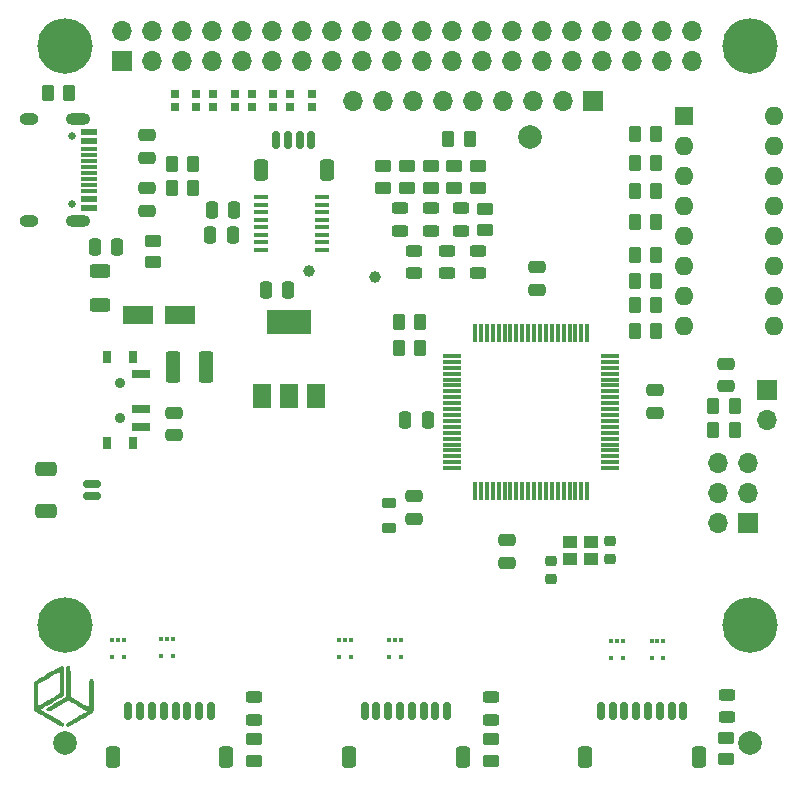
<source format=gbr>
%TF.GenerationSoftware,KiCad,Pcbnew,8.0.1*%
%TF.CreationDate,2024-04-17T14:30:39-04:00*%
%TF.ProjectId,DSPicPiHat,44535069-6350-4694-9861-742e6b696361,rev?*%
%TF.SameCoordinates,Original*%
%TF.FileFunction,Soldermask,Top*%
%TF.FilePolarity,Negative*%
%FSLAX46Y46*%
G04 Gerber Fmt 4.6, Leading zero omitted, Abs format (unit mm)*
G04 Created by KiCad (PCBNEW 8.0.1) date 2024-04-17 14:30:39*
%MOMM*%
%LPD*%
G01*
G04 APERTURE LIST*
G04 Aperture macros list*
%AMRoundRect*
0 Rectangle with rounded corners*
0 $1 Rounding radius*
0 $2 $3 $4 $5 $6 $7 $8 $9 X,Y pos of 4 corners*
0 Add a 4 corners polygon primitive as box body*
4,1,4,$2,$3,$4,$5,$6,$7,$8,$9,$2,$3,0*
0 Add four circle primitives for the rounded corners*
1,1,$1+$1,$2,$3*
1,1,$1+$1,$4,$5*
1,1,$1+$1,$6,$7*
1,1,$1+$1,$8,$9*
0 Add four rect primitives between the rounded corners*
20,1,$1+$1,$2,$3,$4,$5,0*
20,1,$1+$1,$4,$5,$6,$7,0*
20,1,$1+$1,$6,$7,$8,$9,0*
20,1,$1+$1,$8,$9,$2,$3,0*%
G04 Aperture macros list end*
%ADD10C,0.000000*%
%ADD11R,0.300000X0.450000*%
%ADD12RoundRect,0.243750X-0.456250X0.243750X-0.456250X-0.243750X0.456250X-0.243750X0.456250X0.243750X0*%
%ADD13RoundRect,0.150000X0.150000X0.625000X-0.150000X0.625000X-0.150000X-0.625000X0.150000X-0.625000X0*%
%ADD14RoundRect,0.250000X0.350000X0.650000X-0.350000X0.650000X-0.350000X-0.650000X0.350000X-0.650000X0*%
%ADD15R,0.700000X0.700000*%
%ADD16RoundRect,0.250000X-0.262500X-0.450000X0.262500X-0.450000X0.262500X0.450000X-0.262500X0.450000X0*%
%ADD17C,2.000000*%
%ADD18RoundRect,0.250000X0.450000X-0.262500X0.450000X0.262500X-0.450000X0.262500X-0.450000X-0.262500X0*%
%ADD19RoundRect,0.250000X-0.450000X0.262500X-0.450000X-0.262500X0.450000X-0.262500X0.450000X0.262500X0*%
%ADD20R,1.200000X0.400000*%
%ADD21R,1.700000X1.700000*%
%ADD22O,1.700000X1.700000*%
%ADD23RoundRect,0.250000X0.250000X0.475000X-0.250000X0.475000X-0.250000X-0.475000X0.250000X-0.475000X0*%
%ADD24R,1.600000X1.600000*%
%ADD25O,1.600000X1.600000*%
%ADD26R,0.800000X1.000000*%
%ADD27C,0.900000*%
%ADD28R,1.500000X0.700000*%
%ADD29RoundRect,0.250000X-0.475000X0.250000X-0.475000X-0.250000X0.475000X-0.250000X0.475000X0.250000X0*%
%ADD30C,4.700000*%
%ADD31RoundRect,0.250000X-1.050000X-0.550000X1.050000X-0.550000X1.050000X0.550000X-1.050000X0.550000X0*%
%ADD32C,1.000000*%
%ADD33RoundRect,0.250000X0.262500X0.450000X-0.262500X0.450000X-0.262500X-0.450000X0.262500X-0.450000X0*%
%ADD34RoundRect,0.243750X0.456250X-0.243750X0.456250X0.243750X-0.456250X0.243750X-0.456250X-0.243750X0*%
%ADD35R,1.150000X1.000000*%
%ADD36RoundRect,0.250000X0.475000X-0.250000X0.475000X0.250000X-0.475000X0.250000X-0.475000X-0.250000X0*%
%ADD37C,0.650000*%
%ADD38R,1.450000X0.600000*%
%ADD39R,1.450000X0.300000*%
%ADD40O,2.100000X1.000000*%
%ADD41O,1.600000X1.000000*%
%ADD42R,1.500000X0.300000*%
%ADD43R,0.300000X1.500000*%
%ADD44RoundRect,0.150000X-0.150000X-0.600000X0.150000X-0.600000X0.150000X0.600000X-0.150000X0.600000X0*%
%ADD45RoundRect,0.250000X-0.350000X-0.650000X0.350000X-0.650000X0.350000X0.650000X-0.350000X0.650000X0*%
%ADD46R,1.500000X2.000000*%
%ADD47R,3.800000X2.000000*%
%ADD48RoundRect,0.218750X-0.381250X0.218750X-0.381250X-0.218750X0.381250X-0.218750X0.381250X0.218750X0*%
%ADD49RoundRect,0.225000X-0.250000X0.225000X-0.250000X-0.225000X0.250000X-0.225000X0.250000X0.225000X0*%
%ADD50RoundRect,0.250000X-0.625000X0.312500X-0.625000X-0.312500X0.625000X-0.312500X0.625000X0.312500X0*%
%ADD51RoundRect,0.150000X-0.600000X0.150000X-0.600000X-0.150000X0.600000X-0.150000X0.600000X0.150000X0*%
%ADD52RoundRect,0.250000X-0.650000X0.350000X-0.650000X-0.350000X0.650000X-0.350000X0.650000X0.350000X0*%
%ADD53RoundRect,0.250000X-0.375000X-1.075000X0.375000X-1.075000X0.375000X1.075000X-0.375000X1.075000X0*%
G04 APERTURE END LIST*
D10*
%TO.C,G\u002A\u002A\u002A*%
G36*
X-157148Y-52476201D02*
G01*
X-99423Y-52503908D01*
X-53319Y-52548902D01*
X-40775Y-52569662D01*
X-35994Y-52580838D01*
X-31837Y-52595263D01*
X-28260Y-52614950D01*
X-25220Y-52641915D01*
X-22674Y-52678172D01*
X-20580Y-52725735D01*
X-18892Y-52786620D01*
X-17570Y-52862842D01*
X-16568Y-52956414D01*
X-15845Y-53069352D01*
X-15356Y-53203670D01*
X-15058Y-53361384D01*
X-14909Y-53544507D01*
X-14865Y-53755054D01*
X-14865Y-53777422D01*
X-14901Y-53990778D01*
X-15037Y-54176509D01*
X-15318Y-54336630D01*
X-15785Y-54473153D01*
X-16483Y-54588094D01*
X-17454Y-54683464D01*
X-18742Y-54761279D01*
X-20390Y-54823551D01*
X-22441Y-54872294D01*
X-24938Y-54909523D01*
X-27925Y-54937250D01*
X-31445Y-54957490D01*
X-35541Y-54972256D01*
X-40256Y-54983562D01*
X-40775Y-54984604D01*
X-50261Y-54999416D01*
X-65713Y-55015943D01*
X-89560Y-55035751D01*
X-124230Y-55060404D01*
X-172153Y-55091465D01*
X-235755Y-55130500D01*
X-317467Y-55179072D01*
X-419717Y-55238746D01*
X-544933Y-55311085D01*
X-570536Y-55325824D01*
X-800744Y-55458304D01*
X-1006492Y-55576735D01*
X-1189021Y-55681833D01*
X-1349570Y-55774315D01*
X-1489379Y-55854896D01*
X-1609688Y-55924294D01*
X-1711735Y-55983224D01*
X-1796760Y-56032403D01*
X-1866004Y-56072547D01*
X-1920705Y-56104372D01*
X-1962103Y-56128595D01*
X-1991438Y-56145932D01*
X-2009949Y-56157099D01*
X-2018496Y-56162547D01*
X-2025533Y-56171268D01*
X-2021032Y-56182841D01*
X-2001829Y-56199757D01*
X-1964763Y-56224510D01*
X-1906671Y-56259591D01*
X-1862895Y-56285189D01*
X-1773298Y-56337175D01*
X-1662086Y-56401577D01*
X-1533339Y-56476038D01*
X-1391137Y-56558204D01*
X-1239563Y-56645720D01*
X-1082695Y-56736231D01*
X-924615Y-56827382D01*
X-769403Y-56916818D01*
X-621140Y-57002185D01*
X-483905Y-57081126D01*
X-446055Y-57102882D01*
X-337512Y-57165393D01*
X-251763Y-57215307D01*
X-185837Y-57254681D01*
X-136768Y-57285574D01*
X-101586Y-57310044D01*
X-77322Y-57330148D01*
X-61009Y-57347944D01*
X-49677Y-57365490D01*
X-40832Y-57383778D01*
X-24056Y-57424874D01*
X-19712Y-57454516D01*
X-27415Y-57487683D01*
X-37458Y-57514981D01*
X-60951Y-57562549D01*
X-92882Y-57592861D01*
X-124070Y-57609379D01*
X-167843Y-57628003D01*
X-197676Y-57634690D01*
X-226239Y-57630545D01*
X-254986Y-57620797D01*
X-278039Y-57609696D01*
X-322960Y-57585732D01*
X-386023Y-57550981D01*
X-463498Y-57507519D01*
X-551656Y-57457425D01*
X-646771Y-57402773D01*
X-655103Y-57397957D01*
X-738941Y-57349510D01*
X-844430Y-57288601D01*
X-967540Y-57217555D01*
X-1104235Y-57138700D01*
X-1250484Y-57054361D01*
X-1402254Y-56966864D01*
X-1555510Y-56878536D01*
X-1706221Y-56791701D01*
X-1748658Y-56767256D01*
X-1884551Y-56688954D01*
X-2013478Y-56614614D01*
X-2133019Y-56545635D01*
X-2240754Y-56483416D01*
X-2334261Y-56429357D01*
X-2411120Y-56384857D01*
X-2468912Y-56351315D01*
X-2505214Y-56330130D01*
X-2516786Y-56323252D01*
X-2530452Y-56314629D01*
X-2542388Y-56305553D01*
X-2552709Y-56294073D01*
X-2561533Y-56278238D01*
X-2568978Y-56256096D01*
X-2575160Y-56225696D01*
X-2580196Y-56185086D01*
X-2584205Y-56132313D01*
X-2587303Y-56065428D01*
X-2589607Y-55982478D01*
X-2591234Y-55881511D01*
X-2591406Y-55862044D01*
X-2222870Y-55862044D01*
X-2159889Y-55826380D01*
X-2131373Y-55810099D01*
X-2080945Y-55781166D01*
X-2012361Y-55741742D01*
X-1929380Y-55693988D01*
X-1835759Y-55640067D01*
X-1735256Y-55582141D01*
X-1696791Y-55559960D01*
X-1580338Y-55492778D01*
X-1456511Y-55421302D01*
X-1331955Y-55349373D01*
X-1213321Y-55280831D01*
X-1107255Y-55219516D01*
X-1022520Y-55170491D01*
X-926052Y-55114700D01*
X-824190Y-55055888D01*
X-724767Y-54998570D01*
X-635615Y-54947261D01*
X-566832Y-54907776D01*
X-385297Y-54803774D01*
X-385297Y-52968736D01*
X-418640Y-52986440D01*
X-440222Y-52998480D01*
X-483629Y-53023161D01*
X-545027Y-53058287D01*
X-620583Y-53101662D01*
X-706465Y-53151089D01*
X-785414Y-53196619D01*
X-1025647Y-53335283D01*
X-1244249Y-53461437D01*
X-1440771Y-53574822D01*
X-1614764Y-53675179D01*
X-1765778Y-53762248D01*
X-1893365Y-53835772D01*
X-1997074Y-53895490D01*
X-2076457Y-53941145D01*
X-2131064Y-53972477D01*
X-2159889Y-53988912D01*
X-2222870Y-54024471D01*
X-2222870Y-55862044D01*
X-2591406Y-55862044D01*
X-2592302Y-55760577D01*
X-2592928Y-55617723D01*
X-2593229Y-55450998D01*
X-2593323Y-55258450D01*
X-2593326Y-55048639D01*
X-2593285Y-54835600D01*
X-2593145Y-54650184D01*
X-2592860Y-54490373D01*
X-2592388Y-54354151D01*
X-2591685Y-54239502D01*
X-2590709Y-54144409D01*
X-2589414Y-54066856D01*
X-2587759Y-54004827D01*
X-2585699Y-53956305D01*
X-2583191Y-53919273D01*
X-2580191Y-53891716D01*
X-2576657Y-53871617D01*
X-2572544Y-53856960D01*
X-2567810Y-53845727D01*
X-2567392Y-53844894D01*
X-2552975Y-53822988D01*
X-2529662Y-53799711D01*
X-2493703Y-53772375D01*
X-2441348Y-53738292D01*
X-2368850Y-53694776D01*
X-2311785Y-53661675D01*
X-2223496Y-53610859D01*
X-2113689Y-53547619D01*
X-1986514Y-53474346D01*
X-1846121Y-53393432D01*
X-1696659Y-53307270D01*
X-1542280Y-53218254D01*
X-1387134Y-53128774D01*
X-1235370Y-53041224D01*
X-1091138Y-52957996D01*
X-1066977Y-52944052D01*
X-979651Y-52893609D01*
X-875436Y-52833346D01*
X-763077Y-52768323D01*
X-651317Y-52703601D01*
X-549950Y-52644846D01*
X-464038Y-52595893D01*
X-384153Y-52552000D01*
X-314691Y-52515454D01*
X-260048Y-52488543D01*
X-224621Y-52473554D01*
X-216520Y-52471362D01*
X-157148Y-52476201D01*
G37*
G36*
X389387Y-52487849D02*
G01*
X424794Y-52506201D01*
X438459Y-52515182D01*
X450451Y-52524565D01*
X460880Y-52536236D01*
X469854Y-52552081D01*
X477483Y-52573988D01*
X483876Y-52603840D01*
X489142Y-52643526D01*
X493391Y-52694931D01*
X496731Y-52759941D01*
X499272Y-52840442D01*
X501123Y-52938321D01*
X502394Y-53055463D01*
X503192Y-53193756D01*
X503629Y-53355084D01*
X503812Y-53541334D01*
X503851Y-53754393D01*
X503851Y-55098954D01*
X1263332Y-55536479D01*
X1401538Y-55616067D01*
X1532753Y-55691570D01*
X1654610Y-55761631D01*
X1764742Y-55824890D01*
X1860782Y-55879990D01*
X1940361Y-55925573D01*
X2001114Y-55960280D01*
X2040673Y-55982753D01*
X2056156Y-55991374D01*
X2089499Y-56008744D01*
X2089824Y-54885673D01*
X2089914Y-54676032D01*
X2090086Y-54493957D01*
X2090389Y-54337375D01*
X2090873Y-54204212D01*
X2091586Y-54092398D01*
X2092579Y-53999858D01*
X2093899Y-53924521D01*
X2095597Y-53864314D01*
X2097721Y-53817163D01*
X2100322Y-53780998D01*
X2103446Y-53753743D01*
X2107145Y-53733328D01*
X2111468Y-53717680D01*
X2116462Y-53704725D01*
X2117926Y-53701433D01*
X2144066Y-53657178D01*
X2179743Y-53629165D01*
X2211197Y-53615252D01*
X2253738Y-53600745D01*
X2284614Y-53598156D01*
X2319321Y-53607548D01*
X2340456Y-53615753D01*
X2388697Y-53641692D01*
X2419965Y-53678701D01*
X2431774Y-53701935D01*
X2436580Y-53713646D01*
X2440795Y-53727528D01*
X2444457Y-53745495D01*
X2447606Y-53769461D01*
X2450281Y-53801339D01*
X2452522Y-53843044D01*
X2454367Y-53896489D01*
X2455856Y-53963588D01*
X2457028Y-54046254D01*
X2457922Y-54146402D01*
X2458579Y-54265946D01*
X2459036Y-54406799D01*
X2459334Y-54570875D01*
X2459511Y-54760088D01*
X2459607Y-54976351D01*
X2459629Y-55059277D01*
X2459756Y-55291761D01*
X2459908Y-55496460D01*
X2459915Y-55675228D01*
X2459606Y-55829916D01*
X2458811Y-55962377D01*
X2457359Y-56074465D01*
X2455080Y-56168032D01*
X2451803Y-56244931D01*
X2447357Y-56307015D01*
X2441573Y-56356136D01*
X2434280Y-56394147D01*
X2425307Y-56422902D01*
X2414483Y-56444253D01*
X2401639Y-56460052D01*
X2386603Y-56472152D01*
X2369206Y-56482407D01*
X2349276Y-56492669D01*
X2326643Y-56504791D01*
X2326605Y-56504813D01*
X2248554Y-56549317D01*
X2151285Y-56604956D01*
X2041239Y-56668029D01*
X1924857Y-56734838D01*
X1808580Y-56801681D01*
X1698847Y-56864859D01*
X1602101Y-56920672D01*
X1526371Y-56964499D01*
X1422958Y-57024415D01*
X1311563Y-57088810D01*
X1195184Y-57155966D01*
X1076814Y-57224163D01*
X959449Y-57291684D01*
X846084Y-57356807D01*
X739715Y-57417816D01*
X643335Y-57472990D01*
X559941Y-57520611D01*
X492528Y-57558960D01*
X444090Y-57586318D01*
X417622Y-57600966D01*
X414936Y-57602367D01*
X352384Y-57626247D01*
X297221Y-57627802D01*
X242624Y-57609727D01*
X198170Y-57583128D01*
X170006Y-57546871D01*
X156442Y-57516108D01*
X141911Y-57473032D01*
X139469Y-57441848D01*
X148920Y-57407474D01*
X154835Y-57392314D01*
X182896Y-57344946D01*
X220933Y-57306091D01*
X226198Y-57302382D01*
X237647Y-57294991D01*
X252761Y-57285590D01*
X273206Y-57273216D01*
X300645Y-57256904D01*
X336743Y-57235691D01*
X383164Y-57208611D01*
X441573Y-57174702D01*
X513633Y-57132997D01*
X601010Y-57082534D01*
X705367Y-57022348D01*
X828370Y-56951475D01*
X971681Y-56868950D01*
X1136967Y-56773810D01*
X1325891Y-56665089D01*
X1374053Y-56637376D01*
X1507172Y-56560596D01*
X1616509Y-56497053D01*
X1704107Y-56445443D01*
X1772010Y-56404462D01*
X1822261Y-56372805D01*
X1856904Y-56349169D01*
X1877982Y-56332249D01*
X1887539Y-56320742D01*
X1887620Y-56313344D01*
X1885313Y-56311145D01*
X1866491Y-56299674D01*
X1825067Y-56275305D01*
X1763798Y-56239623D01*
X1685442Y-56194208D01*
X1592755Y-56140644D01*
X1488495Y-56080512D01*
X1375418Y-56015397D01*
X1256282Y-55946879D01*
X1133843Y-55876542D01*
X1010860Y-55805969D01*
X890088Y-55736741D01*
X774285Y-55670441D01*
X666208Y-55608652D01*
X568614Y-55552957D01*
X484260Y-55504937D01*
X415903Y-55466176D01*
X366300Y-55438256D01*
X338208Y-55422760D01*
X333056Y-55420151D01*
X316902Y-55426023D01*
X277482Y-55445685D01*
X217062Y-55477871D01*
X137903Y-55521317D01*
X42271Y-55574756D01*
X-67572Y-55636923D01*
X-189360Y-55706552D01*
X-320830Y-55782378D01*
X-459719Y-55863135D01*
X-467746Y-55867823D01*
X-608363Y-55949721D01*
X-742719Y-56027543D01*
X-868404Y-56099921D01*
X-983009Y-56165486D01*
X-1084124Y-56222873D01*
X-1169340Y-56270713D01*
X-1236248Y-56307640D01*
X-1282439Y-56332285D01*
X-1305501Y-56343281D01*
X-1305554Y-56343299D01*
X-1370220Y-56352592D01*
X-1428512Y-56337934D01*
X-1477107Y-56304513D01*
X-1512682Y-56257514D01*
X-1531911Y-56202122D01*
X-1531473Y-56143523D01*
X-1508042Y-56086902D01*
X-1486580Y-56060867D01*
X-1467573Y-56047104D01*
X-1425237Y-56019882D01*
X-1361894Y-55980599D01*
X-1279862Y-55930650D01*
X-1181462Y-55871430D01*
X-1069013Y-55804335D01*
X-944835Y-55730761D01*
X-811249Y-55652102D01*
X-670573Y-55569756D01*
X-658519Y-55562722D01*
X133373Y-55100746D01*
X133698Y-53868547D01*
X133782Y-53648314D01*
X133939Y-53455752D01*
X134210Y-53288892D01*
X134639Y-53145766D01*
X135268Y-53024406D01*
X136139Y-52922845D01*
X137295Y-52839115D01*
X138778Y-52771247D01*
X140630Y-52717273D01*
X142894Y-52675226D01*
X145613Y-52643138D01*
X148829Y-52619040D01*
X152584Y-52600965D01*
X156921Y-52586944D01*
X161576Y-52575680D01*
X201519Y-52519855D01*
X257111Y-52485470D01*
X321888Y-52474233D01*
X389387Y-52487849D01*
G37*
%TD*%
D11*
%TO.C,U9*%
X50700000Y-50400000D03*
X50200000Y-50400000D03*
X49700000Y-50400000D03*
X49700000Y-51800000D03*
X50700000Y-51800000D03*
%TD*%
D12*
%TO.C,D10*%
X29600000Y-17362500D03*
X29600000Y-19237500D03*
%TD*%
D13*
%TO.C,J2*%
X20900000Y-8000000D03*
X19900000Y-8000000D03*
X18900000Y-8000000D03*
X17900000Y-8000000D03*
D14*
X22200000Y-10525000D03*
X16600000Y-10525000D03*
%TD*%
D15*
%TO.C,D4*%
X19085000Y-4050000D03*
X19085000Y-5150000D03*
X20915000Y-5150000D03*
X20915000Y-4050000D03*
%TD*%
D11*
%TO.C,U3*%
X9200000Y-50250000D03*
X8700000Y-50250000D03*
X8200000Y-50250000D03*
X8200000Y-51650000D03*
X9200000Y-51650000D03*
%TD*%
D16*
%TO.C,R21*%
X48287500Y-17700000D03*
X50112500Y-17700000D03*
%TD*%
D17*
%TO.C,FID1*%
X58000000Y-59000000D03*
%TD*%
D16*
%TO.C,R16*%
X9087500Y-10000000D03*
X10912500Y-10000000D03*
%TD*%
D18*
%TO.C,R10*%
X31000000Y-12012500D03*
X31000000Y-10187500D03*
%TD*%
D16*
%TO.C,R22*%
X48287500Y-19900000D03*
X50112500Y-19900000D03*
%TD*%
D19*
%TO.C,R2*%
X36100000Y-58687500D03*
X36100000Y-60512500D03*
%TD*%
D20*
%TO.C,U11*%
X21802500Y-17275000D03*
X21802500Y-16640000D03*
X21802500Y-16005000D03*
X21802500Y-15370000D03*
X21802500Y-14735000D03*
X21802500Y-14100000D03*
X21802500Y-13465000D03*
X21802500Y-12830000D03*
X16602500Y-12830000D03*
X16602500Y-13465000D03*
X16602500Y-14100000D03*
X16602500Y-14735000D03*
X16602500Y-15370000D03*
X16602500Y-16005000D03*
X16602500Y-16640000D03*
X16602500Y-17275000D03*
%TD*%
D19*
%TO.C,R5*%
X56000000Y-58587500D03*
X56000000Y-60412500D03*
%TD*%
%TO.C,R1*%
X16000000Y-58700000D03*
X16000000Y-60525000D03*
%TD*%
D11*
%TO.C,U10*%
X47300000Y-50400000D03*
X46800000Y-50400000D03*
X46300000Y-50400000D03*
X46300000Y-51800000D03*
X47300000Y-51800000D03*
%TD*%
D21*
%TO.C,JP1*%
X59500000Y-29095000D03*
D22*
X59500000Y-31635000D03*
%TD*%
D16*
%TO.C,R23*%
X48287500Y-21900000D03*
X50112500Y-21900000D03*
%TD*%
D23*
%TO.C,C10*%
X30750000Y-31700000D03*
X28850000Y-31700000D03*
%TD*%
D12*
%TO.C,D6*%
X35000000Y-17362500D03*
X35000000Y-19237500D03*
%TD*%
D23*
%TO.C,C20*%
X14250000Y-16050000D03*
X12350000Y-16050000D03*
%TD*%
%TO.C,C15*%
X14350000Y-13900000D03*
X12450000Y-13900000D03*
%TD*%
D21*
%TO.C,J4*%
X57875000Y-40425000D03*
D22*
X55335000Y-40425000D03*
X57875000Y-37885000D03*
X55335000Y-37885000D03*
X57875000Y-35345000D03*
X55335000Y-35345000D03*
%TD*%
D24*
%TO.C,SW2*%
X52432500Y-5900000D03*
D25*
X52432500Y-8440000D03*
X52432500Y-10980000D03*
X52432500Y-13520000D03*
X52432500Y-16060000D03*
X52432500Y-18600000D03*
X52432500Y-21140000D03*
X52432500Y-23680000D03*
X60052500Y-23680000D03*
X60052500Y-21140000D03*
X60052500Y-18600000D03*
X60052500Y-16060000D03*
X60052500Y-13520000D03*
X60052500Y-10980000D03*
X60052500Y-8440000D03*
X60052500Y-5900000D03*
%TD*%
D26*
%TO.C,SW1*%
X5780000Y-26350000D03*
X3570000Y-26350000D03*
D27*
X4670000Y-28500000D03*
X4670000Y-31500000D03*
D26*
X5780000Y-33650000D03*
X3570000Y-33650000D03*
D28*
X6430000Y-27750000D03*
X6430000Y-30750000D03*
X6430000Y-32250000D03*
%TD*%
D29*
%TO.C,C12*%
X29600000Y-38150000D03*
X29600000Y-40050000D03*
%TD*%
D18*
%TO.C,R8*%
X35000000Y-12012500D03*
X35000000Y-10187500D03*
%TD*%
D30*
%TO.C,H4*%
X58000000Y0D03*
%TD*%
D11*
%TO.C,U4*%
X5000000Y-50300000D03*
X4500000Y-50300000D03*
X4000000Y-50300000D03*
X4000000Y-51700000D03*
X5000000Y-51700000D03*
%TD*%
D16*
%TO.C,R24*%
X48287500Y-24100000D03*
X50112500Y-24100000D03*
%TD*%
D31*
%TO.C,C21*%
X6200000Y-22750000D03*
X9800000Y-22750000D03*
%TD*%
D32*
%TO.C,TP1*%
X20700000Y-19100000D03*
%TD*%
D29*
%TO.C,C11*%
X37500000Y-41850000D03*
X37500000Y-43750000D03*
%TD*%
D18*
%TO.C,R9*%
X33000000Y-12012500D03*
X33000000Y-10187500D03*
%TD*%
%TO.C,R7*%
X35600000Y-15612500D03*
X35600000Y-13787500D03*
%TD*%
D16*
%TO.C,R15*%
X9087500Y-12000000D03*
X10912500Y-12000000D03*
%TD*%
D12*
%TO.C,D7*%
X33600000Y-13762500D03*
X33600000Y-15637500D03*
%TD*%
D33*
%TO.C,R13*%
X412500Y-4000000D03*
X-1412500Y-4000000D03*
%TD*%
%TO.C,R20*%
X50112500Y-14900000D03*
X48287500Y-14900000D03*
%TD*%
%TO.C,R17*%
X50112500Y-7500000D03*
X48287500Y-7500000D03*
%TD*%
D15*
%TO.C,D13*%
X9335000Y-4050000D03*
X9335000Y-5150000D03*
X11165000Y-5150000D03*
X11165000Y-4050000D03*
%TD*%
D34*
%TO.C,D1*%
X16000000Y-57037500D03*
X16000000Y-55162500D03*
%TD*%
D33*
%TO.C,R25*%
X30112500Y-25600000D03*
X28287500Y-25600000D03*
%TD*%
D11*
%TO.C,U7*%
X24250000Y-50330000D03*
X23750000Y-50330000D03*
X23250000Y-50330000D03*
X23250000Y-51730000D03*
X24250000Y-51730000D03*
%TD*%
D33*
%TO.C,R18*%
X50112500Y-9900000D03*
X48287500Y-9900000D03*
%TD*%
D16*
%TO.C,R26*%
X28287500Y-23400000D03*
X30112500Y-23400000D03*
%TD*%
D32*
%TO.C,TP2*%
X26300000Y-19600000D03*
%TD*%
D35*
%TO.C,Y1*%
X44575000Y-42000000D03*
X42825000Y-42000000D03*
X42825000Y-43400000D03*
X44575000Y-43400000D03*
%TD*%
D36*
%TO.C,C17*%
X7000000Y-9450000D03*
X7000000Y-7550000D03*
%TD*%
D37*
%TO.C,J5*%
X600000Y-7610000D03*
X600000Y-13390000D03*
D38*
X2045000Y-7250000D03*
X2045000Y-8050000D03*
D39*
X2045000Y-9250000D03*
X2045000Y-10250000D03*
X2045000Y-10750000D03*
X2045000Y-11750000D03*
D38*
X2045000Y-12950000D03*
X2045000Y-13750000D03*
X2045000Y-13750000D03*
X2045000Y-12950000D03*
D39*
X2045000Y-12250000D03*
X2045000Y-11250000D03*
X2045000Y-9750000D03*
X2045000Y-8750000D03*
D38*
X2045000Y-8050000D03*
X2045000Y-7250000D03*
D40*
X1130000Y-6180000D03*
D41*
X-3050000Y-6180000D03*
D40*
X1130000Y-14820000D03*
D41*
X-3050000Y-14820000D03*
%TD*%
D33*
%TO.C,R6*%
X34325000Y-7900000D03*
X32500000Y-7900000D03*
%TD*%
D17*
%TO.C,FID3*%
X39400000Y-7700000D03*
%TD*%
D30*
%TO.C,H1*%
X0Y0D03*
%TD*%
D15*
%TO.C,D12*%
X12585000Y-4050000D03*
X12585000Y-5150000D03*
X14415000Y-5150000D03*
X14415000Y-4050000D03*
%TD*%
D33*
%TO.C,R3*%
X56725000Y-30500000D03*
X54900000Y-30500000D03*
%TD*%
D18*
%TO.C,R12*%
X27000000Y-12012500D03*
X27000000Y-10187500D03*
%TD*%
D42*
%TO.C,U1*%
X32800000Y-26250000D03*
X32800000Y-26750000D03*
X32800000Y-27250000D03*
X32800000Y-27750000D03*
X32800000Y-28250000D03*
X32800000Y-28750000D03*
X32800000Y-29250000D03*
X32800000Y-29750000D03*
X32800000Y-30250000D03*
X32800000Y-30750000D03*
X32800000Y-31250000D03*
X32800000Y-31750000D03*
X32800000Y-32250000D03*
X32800000Y-32750000D03*
X32800000Y-33250000D03*
X32800000Y-33750000D03*
X32800000Y-34250000D03*
X32800000Y-34750000D03*
X32800000Y-35250000D03*
X32800000Y-35750000D03*
D43*
X34750000Y-37700000D03*
X35250000Y-37700000D03*
X35750000Y-37700000D03*
X36250000Y-37700000D03*
X36750000Y-37700000D03*
X37250000Y-37700000D03*
X37750000Y-37700000D03*
X38250000Y-37700000D03*
X38750000Y-37700000D03*
X39250000Y-37700000D03*
X39750000Y-37700000D03*
X40250000Y-37700000D03*
X40750000Y-37700000D03*
X41250000Y-37700000D03*
X41750000Y-37700000D03*
X42250000Y-37700000D03*
X42750000Y-37700000D03*
X43250000Y-37700000D03*
X43750000Y-37700000D03*
X44250000Y-37700000D03*
D42*
X46200000Y-35750000D03*
X46200000Y-35250000D03*
X46200000Y-34750000D03*
X46200000Y-34250000D03*
X46200000Y-33750000D03*
X46200000Y-33250000D03*
X46200000Y-32750000D03*
X46200000Y-32250000D03*
X46200000Y-31750000D03*
X46200000Y-31250000D03*
X46200000Y-30750000D03*
X46200000Y-30250000D03*
X46200000Y-29750000D03*
X46200000Y-29250000D03*
X46200000Y-28750000D03*
X46200000Y-28250000D03*
X46200000Y-27750000D03*
X46200000Y-27250000D03*
X46200000Y-26750000D03*
X46200000Y-26250000D03*
D43*
X44250000Y-24300000D03*
X43750000Y-24300000D03*
X43250000Y-24300000D03*
X42750000Y-24300000D03*
X42250000Y-24300000D03*
X41750000Y-24300000D03*
X41250000Y-24300000D03*
X40750000Y-24300000D03*
X40250000Y-24300000D03*
X39750000Y-24300000D03*
X39250000Y-24300000D03*
X38750000Y-24300000D03*
X38250000Y-24300000D03*
X37750000Y-24300000D03*
X37250000Y-24300000D03*
X36750000Y-24300000D03*
X36250000Y-24300000D03*
X35750000Y-24300000D03*
X35250000Y-24300000D03*
X34750000Y-24300000D03*
%TD*%
D44*
%TO.C,Connector_X1*%
X5400000Y-56275000D03*
X6400000Y-56275000D03*
X7400000Y-56275000D03*
X8400000Y-56275000D03*
X9400000Y-56275000D03*
X10400000Y-56275000D03*
X11400000Y-56275000D03*
X12400000Y-56275000D03*
D45*
X4100000Y-60175000D03*
X13700000Y-60175000D03*
%TD*%
D29*
%TO.C,C19*%
X9250000Y-31050000D03*
X9250000Y-32950000D03*
%TD*%
D18*
%TO.C,R11*%
X29000000Y-12012500D03*
X29000000Y-10187500D03*
%TD*%
D33*
%TO.C,R19*%
X50112500Y-12300000D03*
X48287500Y-12300000D03*
%TD*%
D34*
%TO.C,D3*%
X56100000Y-56837500D03*
X56100000Y-54962500D03*
%TD*%
D12*
%TO.C,D9*%
X31000000Y-13762500D03*
X31000000Y-15637500D03*
%TD*%
D46*
%TO.C,U12*%
X16700000Y-29650000D03*
X19000000Y-29650000D03*
D47*
X19000000Y-23350000D03*
D46*
X21300000Y-29650000D03*
%TD*%
D48*
%TO.C,L1*%
X27500000Y-38706250D03*
X27500000Y-40831250D03*
%TD*%
D17*
%TO.C,FID2*%
X0Y-59000000D03*
%TD*%
D12*
%TO.C,D11*%
X28400000Y-13762500D03*
X28400000Y-15637500D03*
%TD*%
D34*
%TO.C,D2*%
X36100000Y-57037500D03*
X36100000Y-55162500D03*
%TD*%
D44*
%TO.C,Connector_Y1*%
X25400000Y-56275000D03*
X26400000Y-56275000D03*
X27400000Y-56275000D03*
X28400000Y-56275000D03*
X29400000Y-56275000D03*
X30400000Y-56275000D03*
X31400000Y-56275000D03*
X32400000Y-56275000D03*
D45*
X24100000Y-60175000D03*
X33700000Y-60175000D03*
%TD*%
D49*
%TO.C,C13*%
X41200000Y-43625000D03*
X41200000Y-45175000D03*
%TD*%
D36*
%TO.C,C6*%
X40000000Y-20650000D03*
X40000000Y-18750000D03*
%TD*%
D23*
%TO.C,C18*%
X4450000Y-17000000D03*
X2550000Y-17000000D03*
%TD*%
D12*
%TO.C,D8*%
X32400000Y-17362500D03*
X32400000Y-19237500D03*
%TD*%
D19*
%TO.C,R14*%
X7500000Y-16500000D03*
X7500000Y-18325000D03*
%TD*%
D23*
%TO.C,C22*%
X18950000Y-20700000D03*
X17050000Y-20700000D03*
%TD*%
D50*
%TO.C,FB1*%
X3000000Y-19037500D03*
X3000000Y-21962500D03*
%TD*%
D49*
%TO.C,C14*%
X46200000Y-41925000D03*
X46200000Y-43475000D03*
%TD*%
D29*
%TO.C,C16*%
X7000000Y-12050000D03*
X7000000Y-13950000D03*
%TD*%
D44*
%TO.C,Connector_Z1*%
X45400000Y-56275000D03*
X46400000Y-56275000D03*
X47400000Y-56275000D03*
X48400000Y-56275000D03*
X49400000Y-56275000D03*
X50400000Y-56275000D03*
X51400000Y-56275000D03*
X52400000Y-56275000D03*
D45*
X44100000Y-60175000D03*
X53700000Y-60175000D03*
%TD*%
D29*
%TO.C,C5*%
X56000000Y-26900000D03*
X56000000Y-28800000D03*
%TD*%
D30*
%TO.C,H2*%
X0Y-49000000D03*
%TD*%
D15*
%TO.C,D5*%
X15835000Y-4050000D03*
X15835000Y-5150000D03*
X17665000Y-5150000D03*
X17665000Y-4050000D03*
%TD*%
D51*
%TO.C,J6*%
X2325000Y-37100000D03*
X2325000Y-38100000D03*
D52*
X-1575000Y-35800000D03*
X-1575000Y-39400000D03*
%TD*%
D53*
%TO.C,F1*%
X9200000Y-27200000D03*
X12000000Y-27200000D03*
%TD*%
D16*
%TO.C,R4*%
X54900000Y-32500000D03*
X56725000Y-32500000D03*
%TD*%
D21*
%TO.C,J1*%
X44750000Y-4700000D03*
D22*
X42210000Y-4700000D03*
X39670000Y-4700000D03*
X37130000Y-4700000D03*
X34590000Y-4700000D03*
X32050000Y-4700000D03*
X29510000Y-4700000D03*
X26970000Y-4700000D03*
X24430000Y-4700000D03*
%TD*%
D30*
%TO.C,H3*%
X58000000Y-49000000D03*
%TD*%
D29*
%TO.C,C9*%
X50000000Y-29150000D03*
X50000000Y-31050000D03*
%TD*%
D11*
%TO.C,U6*%
X28450000Y-50330000D03*
X27950000Y-50330000D03*
X27450000Y-50330000D03*
X27450000Y-51730000D03*
X28450000Y-51730000D03*
%TD*%
D21*
%TO.C,J8*%
X4900000Y-1290000D03*
D22*
X4900000Y1250000D03*
X7440000Y-1290000D03*
X7440000Y1250000D03*
X9980000Y-1290000D03*
X9980000Y1250000D03*
X12520000Y-1290000D03*
X12520000Y1250000D03*
X15060000Y-1290000D03*
X15060000Y1250000D03*
X17600000Y-1290000D03*
X17600000Y1250000D03*
X20140000Y-1290000D03*
X20140000Y1250000D03*
X22680000Y-1290000D03*
X22680000Y1250000D03*
X25220000Y-1290000D03*
X25220000Y1250000D03*
X27760000Y-1290000D03*
X27760000Y1250000D03*
X30300000Y-1290000D03*
X30300000Y1250000D03*
X32840000Y-1290000D03*
X32840000Y1250000D03*
X35380000Y-1290000D03*
X35380000Y1250000D03*
X37920000Y-1290000D03*
X37920000Y1250000D03*
X40460000Y-1290000D03*
X40460000Y1250000D03*
X43000000Y-1290000D03*
X43000000Y1250000D03*
X45540000Y-1290000D03*
X45540000Y1250000D03*
X48080000Y-1290000D03*
X48080000Y1250000D03*
X50620000Y-1290000D03*
X50620000Y1250000D03*
X53160000Y-1290000D03*
X53160000Y1250000D03*
%TD*%
M02*

</source>
